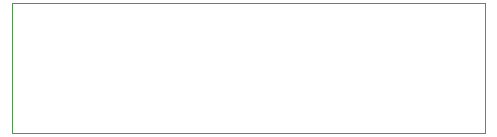
<source format=gbr>
%TF.GenerationSoftware,KiCad,Pcbnew,7.0.10-7.0.10~ubuntu20.04.1*%
%TF.CreationDate,2024-05-01T20:14:12+03:00*%
%TF.ProjectId,PatientMonitorButtons,50617469-656e-4744-9d6f-6e69746f7242,rev?*%
%TF.SameCoordinates,PX5f5e100PY69db9c0*%
%TF.FileFunction,Profile,NP*%
%FSLAX46Y46*%
G04 Gerber Fmt 4.6, Leading zero omitted, Abs format (unit mm)*
G04 Created by KiCad (PCBNEW 7.0.10-7.0.10~ubuntu20.04.1) date 2024-05-01 20:14:12*
%MOMM*%
%LPD*%
G01*
G04 APERTURE LIST*
%TA.AperFunction,Profile*%
%ADD10C,0.100000*%
%TD*%
G04 APERTURE END LIST*
D10*
X0Y11000000D02*
X40000000Y11000000D01*
X40000000Y0D01*
X0Y0D01*
X0Y11000000D01*
M02*

</source>
